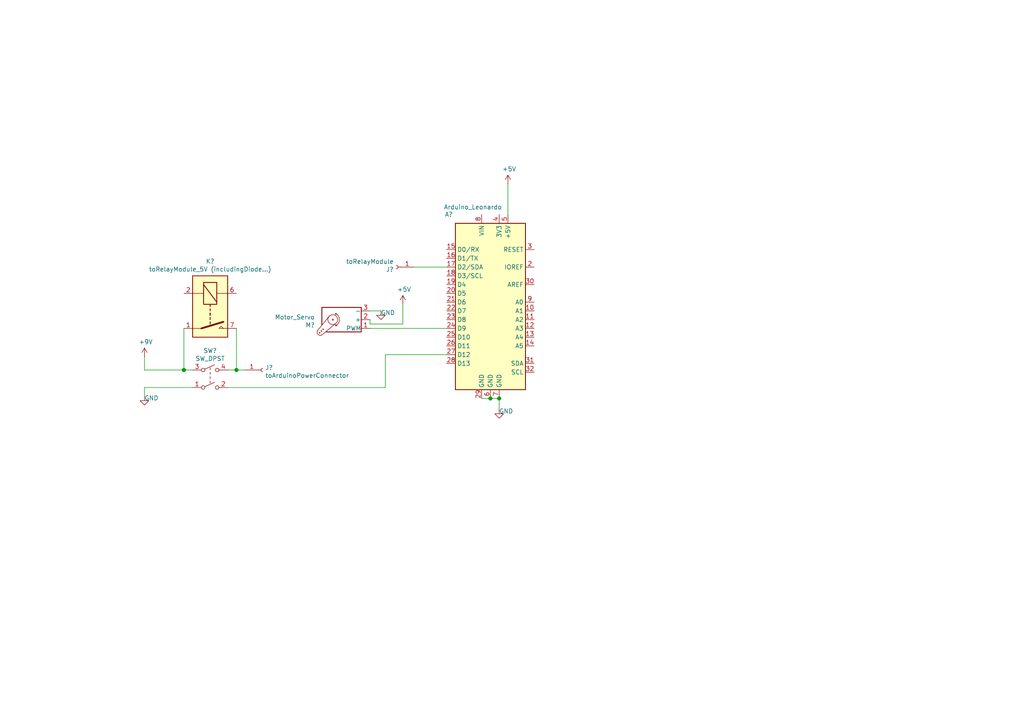
<source format=kicad_sch>
(kicad_sch (version 20201015) (generator eeschema)
  (paper "A4")
  (lib_symbols
    (symbol "Connector:Conn_01x01_Female" (pin_names (offset 1.016) hide)
      (property "Reference" "J" (at 0 2.54 0))
      (property "Value" "Conn_01x01_Female" (at 0 -2.54 0))
      (symbol "Conn_01x01_Female_1_1"
        (arc (start 0 0.508) (end 0 -0.508) (radius (at 0 0) (length 0.508) (angles 90.1 -90.1)) (stroke (width 0.1524)))
        (polyline (pts (xy -1.27 0) (xy -0.508 0)) (stroke (width 0.1524)))
        (pin passive line (at -5.08 0 0) (length 3.81) (name "Pin_1") (number "1"))
      )
    )
    (symbol "MCU_Module:Arduino_Leonardo"
      (property "Reference" "A" (at -5.08 26.67 0))
      (property "Value" "Arduino_Leonardo" (at -5.08 24.13 0))
      (symbol "Arduino_Leonardo_0_1"
        (rectangle (start -10.16 22.86) (end 10.16 -25.4) (stroke (width 0.254)) (fill (type background)))
      )
      (symbol "Arduino_Leonardo_1_1"
        (pin unconnected line (at -12.7 -20.32 0) (length 2.54) hide (name "NC") (number "1"))
        (pin bidirectional line (at 12.7 -2.54 180) (length 2.54) (name "A1") (number "10"))
        (pin bidirectional line (at 12.7 -5.08 180) (length 2.54) (name "A2") (number "11"))
        (pin bidirectional line (at 12.7 -7.62 180) (length 2.54) (name "A3") (number "12"))
        (pin bidirectional line (at 12.7 -10.16 180) (length 2.54) (name "A4") (number "13"))
        (pin bidirectional line (at 12.7 -12.7 180) (length 2.54) (name "A5") (number "14"))
        (pin bidirectional line (at -12.7 15.24 0) (length 2.54) (name "D0/RX") (number "15"))
        (pin bidirectional line (at -12.7 12.7 0) (length 2.54) (name "D1/TX") (number "16"))
        (pin bidirectional line (at -12.7 10.16 0) (length 2.54) (name "D2/SDA") (number "17"))
        (pin bidirectional line (at -12.7 7.62 0) (length 2.54) (name "D3/SCL") (number "18"))
        (pin bidirectional line (at -12.7 5.08 0) (length 2.54) (name "D4") (number "19"))
        (pin output line (at 12.7 10.16 180) (length 2.54) (name "IOREF") (number "2"))
        (pin bidirectional line (at -12.7 2.54 0) (length 2.54) (name "D5") (number "20"))
        (pin bidirectional line (at -12.7 0 0) (length 2.54) (name "D6") (number "21"))
        (pin bidirectional line (at -12.7 -2.54 0) (length 2.54) (name "D7") (number "22"))
        (pin bidirectional line (at -12.7 -5.08 0) (length 2.54) (name "D8") (number "23"))
        (pin bidirectional line (at -12.7 -7.62 0) (length 2.54) (name "D9") (number "24"))
        (pin bidirectional line (at -12.7 -10.16 0) (length 2.54) (name "D10") (number "25"))
        (pin bidirectional line (at -12.7 -12.7 0) (length 2.54) (name "D11") (number "26"))
        (pin bidirectional line (at -12.7 -15.24 0) (length 2.54) (name "D12") (number "27"))
        (pin bidirectional line (at -12.7 -17.78 0) (length 2.54) (name "D13") (number "28"))
        (pin power_in line (at -2.54 -27.94 90) (length 2.54) (name "GND") (number "29"))
        (pin input line (at 12.7 15.24 180) (length 2.54) (name "RESET") (number "3"))
        (pin input line (at 12.7 5.08 180) (length 2.54) (name "AREF") (number "30"))
        (pin bidirectional line (at 12.7 -17.78 180) (length 2.54) (name "SDA") (number "31"))
        (pin bidirectional line (at 12.7 -20.32 180) (length 2.54) (name "SCL") (number "32"))
        (pin power_out line (at 2.54 25.4 270) (length 2.54) (name "3V3") (number "4"))
        (pin power_out line (at 5.08 25.4 270) (length 2.54) (name "+5V") (number "5"))
        (pin power_in line (at 0 -27.94 90) (length 2.54) (name "GND") (number "6"))
        (pin power_in line (at 2.54 -27.94 90) (length 2.54) (name "GND") (number "7"))
        (pin power_in line (at -2.54 25.4 270) (length 2.54) (name "VIN") (number "8"))
        (pin bidirectional line (at 12.7 0 180) (length 2.54) (name "A0") (number "9"))
      )
    )
    (symbol "Motor:Motor_Servo" (pin_names (offset 0.0254))
      (property "Reference" "M" (at -5.08 4.445 0))
      (property "Value" "Motor_Servo" (at -5.08 -4.064 0))
      (symbol "Motor_Servo_0_1"
        (arc (start 2.413 1.778) (end 2.413 -1.778) (radius (at 3.175 0) (length 1.9304) (angles 113.2 -113.2)))
        (arc (start 6.35 4.445) (end 7.62 3.175) (radius (at 6.7818 3.6068) (length 0.9398) (angles 117.3 -27.3)))
        (circle (center 3.175 0) (radius 0.1778))
        (circle (center 3.175 0) (radius 1.4224))
        (circle (center 5.969 2.794) (radius 0.127))
        (circle (center 6.477 3.302) (radius 0.127))
        (circle (center 6.985 3.81) (radius 0.127))
        (polyline (pts (xy 2.413 -1.778) (xy 2.032 -1.778)))
        (polyline (pts (xy 2.413 -1.778) (xy 2.286 -1.397)))
        (polyline (pts (xy 2.413 1.778) (xy 1.905 1.778)))
        (polyline (pts (xy 2.413 1.778) (xy 2.286 1.397)))
        (polyline (pts (xy 6.35 4.445) (xy 2.54 1.27)))
        (polyline (pts (xy 7.62 3.175) (xy 4.191 -1.016)))
        (polyline (pts (xy 5.08 3.556) (xy -5.08 3.556) (xy -5.08 -3.556) (xy 6.35 -3.556) (xy 6.35 1.524)) (stroke (width 0.254)))
      )
      (symbol "Motor_Servo_1_1"
        (pin passive line (at -7.62 2.54 0) (length 2.54) (name "PWM") (number "1"))
        (pin passive line (at -7.62 0 0) (length 2.54) (name "+") (number "2"))
        (pin passive line (at -7.62 -2.54 0) (length 2.54) (name "-") (number "3"))
      )
    )
    (symbol "Relay:DIPxx-1Axx-11x" (pin_names (offset 1.016))
      (property "Reference" "K" (at 8.89 3.81 0))
      (property "Value" "DIPxx-1Axx-11x" (at 8.89 1.27 0))
      (symbol "DIPxx-1Axx-11x_0_0"
        (polyline (pts (xy 5.08 3.81) (xy 5.08 5.08)))
        (polyline (pts (xy 5.08 3.81) (xy 5.08 2.54) (xy 4.445 3.175) (xy 5.08 3.81)))
      )
      (symbol "DIPxx-1Axx-11x_0_1"
        (rectangle (start -10.16 5.08) (end 7.62 -5.08) (stroke (width 0.254)) (fill (type background)))
        (rectangle (start -8.255 1.905) (end -1.905 -1.905) (stroke (width 0.254)))
        (polyline (pts (xy -7.62 -1.905) (xy -2.54 1.905)) (stroke (width 0.254)))
        (polyline (pts (xy -5.08 -5.08) (xy -5.08 -1.905)))
        (polyline (pts (xy -5.08 5.08) (xy -5.08 1.905)))
        (polyline (pts (xy -1.905 0) (xy -1.27 0)) (stroke (width 0.254)))
        (polyline (pts (xy -0.635 0) (xy 0 0)) (stroke (width 0.254)))
        (polyline (pts (xy 0.635 0) (xy 1.27 0)) (stroke (width 0.254)))
        (polyline (pts (xy 0.635 0) (xy 1.27 0)) (stroke (width 0.254)))
        (polyline (pts (xy 1.905 0) (xy 2.54 0)) (stroke (width 0.254)))
        (polyline (pts (xy 3.175 0) (xy 3.81 0)) (stroke (width 0.254)))
        (polyline (pts (xy 5.08 -2.54) (xy 3.175 3.81)) (stroke (width 0.508)))
        (polyline (pts (xy 5.08 -2.54) (xy 5.08 -5.08)))
      )
      (symbol "DIPxx-1Axx-11x_1_1"
        (pin passive line (at 5.08 -7.62 90) (length 2.54) (name "~") (number "1"))
        (pin passive line (at 5.08 -7.62 90) (length 2.54) hide (name "~") (number "14"))
        (pin passive line (at -5.08 -7.62 90) (length 2.54) (name "~") (number "2"))
        (pin passive line (at -5.08 7.62 270) (length 2.54) (name "~") (number "6"))
        (pin passive line (at 5.08 7.62 270) (length 2.54) (name "~") (number "7"))
        (pin passive line (at 5.08 7.62 270) (length 2.54) hide (name "~") (number "8"))
      )
    )
    (symbol "Switch:SW_DPST" (pin_names (offset 0) hide)
      (property "Reference" "SW" (at 0 5.08 0))
      (property "Value" "SW_DPST" (at 0 -5.08 0))
      (symbol "SW_DPST_0_0"
        (circle (center -2.032 -2.54) (radius 0.508))
        (circle (center -2.032 2.54) (radius 0.508))
        (circle (center 2.032 -2.54) (radius 0.508))
        (circle (center 2.032 2.54) (radius 0.508))
        (polyline (pts (xy -1.524 -2.286) (xy 1.27 -1.016)))
        (polyline (pts (xy -1.524 2.794) (xy 1.27 4.064)))
        (polyline (pts (xy 0 -1.27) (xy 0 -0.635)))
        (polyline (pts (xy 0 0) (xy 0 0.635)))
        (polyline (pts (xy 0 1.27) (xy 0 1.905)))
        (polyline (pts (xy 0 2.54) (xy 0 3.175)))
      )
      (symbol "SW_DPST_1_1"
        (pin passive line (at -5.08 -2.54 0) (length 2.54) (name "1") (number "1"))
        (pin passive line (at 5.08 -2.54 180) (length 2.54) (name "2") (number "2"))
        (pin passive line (at -5.08 2.54 0) (length 2.54) (name "3") (number "3"))
        (pin passive line (at 5.08 2.54 180) (length 2.54) (name "4") (number "4"))
      )
    )
    (symbol "power:+5V" (power) (pin_names (offset 0))
      (property "Value" "+5V" (at 0 3.556 0))
      (symbol "+5V_0_1"
        (polyline (pts (xy -0.762 1.27) (xy 0 2.54)))
        (polyline (pts (xy 0 0) (xy 0 2.54)))
        (polyline (pts (xy 0 2.54) (xy 0.762 1.27)))
      )
      (symbol "+5V_1_1"
        (pin power_in line (at 0 0 90) (length 0) hide (name "+5V") (number "1"))
      )
    )
    (symbol "power:+9V" (power) (pin_names (offset 0))
      (property "Value" "+9V" (at 0 3.556 0))
      (symbol "+9V_0_1"
        (polyline (pts (xy -0.762 1.27) (xy 0 2.54)))
        (polyline (pts (xy 0 0) (xy 0 2.54)))
        (polyline (pts (xy 0 2.54) (xy 0.762 1.27)))
      )
      (symbol "+9V_1_1"
        (pin power_in line (at 0 0 90) (length 0) hide (name "+9V") (number "1"))
      )
    )
    (symbol "power:GND" (power) (pin_names (offset 0))
      (property "Value" "GND" (at 0 -3.81 0))
      (symbol "GND_0_1"
        (polyline (pts (xy 0 0) (xy 0 -1.27) (xy 1.27 -1.27) (xy 0 -2.54) (xy -1.27 -1.27) (xy 0 -1.27)))
      )
      (symbol "GND_1_1"
        (pin power_in line (at 0 0 270) (length 0) hide (name "GND") (number "1"))
      )
    )
  )
  (junction (at 53.34 107.315) (diameter 1.016))
  (junction (at 68.58 107.315) (diameter 1.016))
  (junction (at 142.24 115.57) (diameter 1.016))
  (junction (at 144.78 115.57) (diameter 1.016))
  (wire (pts (xy 41.91 103.505) (xy 41.91 107.315)))
  (wire (pts (xy 41.91 107.315) (xy 53.34 107.315)))
  (wire (pts (xy 41.91 112.395) (xy 41.91 114.935)))
  (wire (pts (xy 41.91 112.395) (xy 55.88 112.395)))
  (wire (pts (xy 53.34 95.25) (xy 53.34 107.315)))
  (wire (pts (xy 53.34 107.315) (xy 55.88 107.315)))
  (wire (pts (xy 66.04 107.315) (xy 68.58 107.315)))
  (wire (pts (xy 66.04 112.395) (xy 111.76 112.395)))
  (wire (pts (xy 68.58 95.25) (xy 68.58 107.315)))
  (wire (pts (xy 68.58 107.315) (xy 71.12 107.315)))
  (wire (pts (xy 107.315 90.17) (xy 110.49 90.17)))
  (wire (pts (xy 107.315 92.71) (xy 107.315 93.98)))
  (wire (pts (xy 107.315 93.98) (xy 116.84 93.98)))
  (wire (pts (xy 107.315 95.25) (xy 129.54 95.25)))
  (wire (pts (xy 111.76 102.87) (xy 111.76 112.395)))
  (wire (pts (xy 111.76 102.87) (xy 129.54 102.87)))
  (wire (pts (xy 116.84 88.265) (xy 116.84 93.98)))
  (wire (pts (xy 120.015 77.47) (xy 129.54 77.47)))
  (wire (pts (xy 139.7 115.57) (xy 142.24 115.57)))
  (wire (pts (xy 142.24 115.57) (xy 144.78 115.57)))
  (wire (pts (xy 144.78 115.57) (xy 144.78 118.745)))
  (wire (pts (xy 147.32 53.34) (xy 147.32 62.23)))
  (symbol (lib_id "power:+9V") (at 41.91 103.505 0) (unit 1)
    (property "Reference" "#PWR?" (effects hide))
    (property "Value" "+9V" (at 42.2783 99.1806 0))
  )
  (symbol (lib_id "power:+5V") (at 116.84 88.265 0) (unit 1)
    (property "Reference" "#PWR?" (effects hide))
    (property "Value" "+5V" (at 117.2083 83.9406 0))
  )
  (symbol (lib_id "power:+5V") (at 147.32 53.34 0) (unit 1)
    (property "Reference" "#PWR?" (effects hide))
    (property "Value" "+5V" (at 147.6883 49.0156 0))
  )
  (symbol (lib_id "power:GND") (at 41.91 114.935 0) (unit 1)
    (property "Reference" "#PWR?" (effects hide))
    (property "Value" "GND" (at 43.9293 115.4494 0))
  )
  (symbol (lib_id "power:GND") (at 110.49 90.17 0) (unit 1)
    (property "Reference" "#PWR?" (effects hide))
    (property "Value" "GND" (at 112.5093 90.6844 0))
  )
  (symbol (lib_id "power:GND") (at 144.78 118.745 0) (unit 1)
    (property "Reference" "#PWR?" (effects hide))
    (property "Value" "GND" (at 146.7993 119.2594 0))
  )
  (symbol (lib_id "Connector:Conn_01x01_Female") (at 76.2 107.315 0) (unit 1)
    (property "Reference" "J?" (at 76.9113 106.6228 0) (effects (justify left)))
    (property "Value" "toArduinoPowerConnector" (at 76.911 108.921 0) (effects (justify left)))
  )
  (symbol (lib_id "Connector:Conn_01x01_Female") (at 114.935 77.47 180) (unit 1)
    (property "Reference" "J?" (at 114.2237 78.1622 0) (effects (justify left)))
    (property "Value" "toRelayModule" (at 114.224 75.864 0) (effects (justify left)))
  )
  (symbol (lib_id "Switch:SW_DPST") (at 60.96 109.855 0) (unit 1)
    (property "Reference" "SW?" (at 60.96 101.7078 0))
    (property "Value" "SW_DPST" (at 60.96 104.0065 0))
  )
  (symbol (lib_id "Motor:Motor_Servo") (at 99.695 92.71 180) (unit 1)
    (property "Reference" "M?" (at 91.3383 94.2912 0) (effects (justify left)))
    (property "Value" "Motor_Servo" (at 91.3383 91.9925 0) (effects (justify left)))
    (property "Datasheet" "http://forums.parallax.com/uploads/attachments/46831/74481.png" (effects hide))
  )
  (symbol (lib_id "Relay:DIPxx-1Axx-11x") (at 60.96 90.17 270) (unit 1)
    (property "Reference" "K?" (at 60.96 75.7998 90))
    (property "Value" "toRelayModule_5V (includingDiode...)" (at 60.96 78.099 90))
    (property "Footprint" "Relay_THT:Relay_StandexMeder_DIP_LowProfile" (effects hide))
    (property "Datasheet" "https://standexelectronics.com/wp-content/uploads/datasheet_reed_relay_DIP.pdf" (effects hide))
  )
  (symbol (lib_id "MCU_Module:Arduino_Leonardo") (at 142.24 87.63 0) (unit 1)
    (property "Reference" "A?" (at 130.175 62.2108 0))
    (property "Value" "Arduino_Leonardo" (at 137.16 60.0645 0))
    (property "Footprint" "Module:Arduino_UNO_R3" (effects hide))
    (property "Datasheet" "https://www.arduino.cc/en/Main/ArduinoBoardLeonardo" (effects hide))
  )
)
</source>
